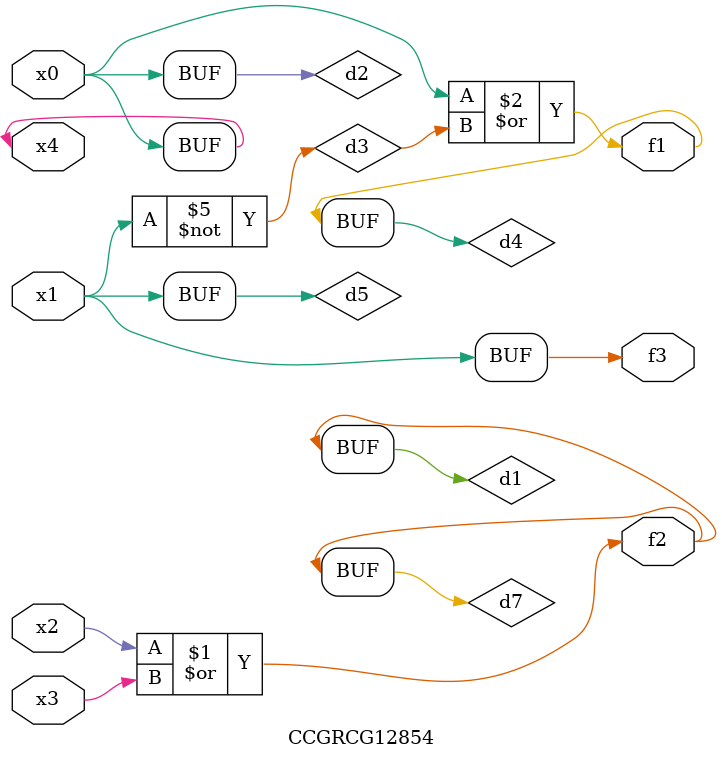
<source format=v>
module CCGRCG12854(
	input x0, x1, x2, x3, x4,
	output f1, f2, f3
);

	wire d1, d2, d3, d4, d5, d6, d7;

	or (d1, x2, x3);
	buf (d2, x0, x4);
	not (d3, x1);
	or (d4, d2, d3);
	not (d5, d3);
	nand (d6, d1, d3);
	or (d7, d1);
	assign f1 = d4;
	assign f2 = d7;
	assign f3 = d5;
endmodule

</source>
